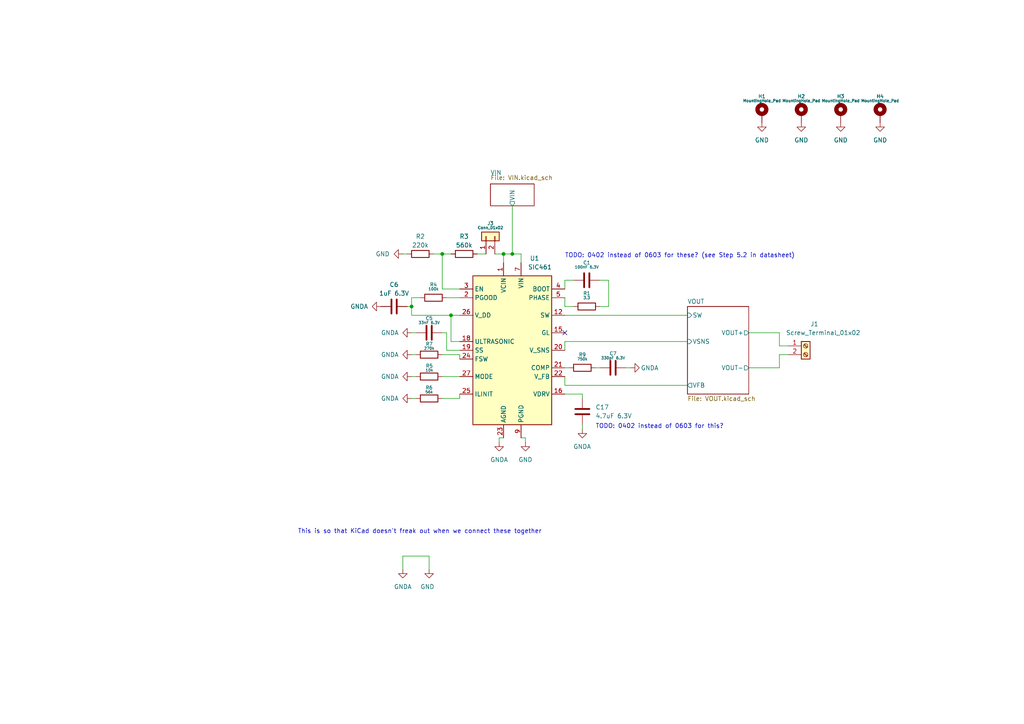
<source format=kicad_sch>
(kicad_sch (version 20211123) (generator eeschema)
  (paper "A4")
  (lib_symbols
    (symbol "Connector:Screw_Terminal_01x02" (pin_names (offset 1.016) hide)
      (property "Reference" "J" (at 0 2.54 0))
      (property "Value" "Screw_Terminal_01x02" (at 0 -5.08 0))
      (symbol "Screw_Terminal_01x02_1_1"
        (rectangle (start -1.27 1.27) (end 1.27 -3.81) (stroke (width 0.254)) (fill (type background)))
        (circle (center 0 -2.54) (radius 0.635) (stroke (width 0.1524)))
        (polyline (pts (xy -0.5334 -2.2098) (xy 0.3302 -3.048)) (stroke (width 0.1524)))
        (polyline (pts (xy -0.5334 0.3302) (xy 0.3302 -0.508)) (stroke (width 0.1524)))
        (polyline (pts (xy -0.3556 -2.032) (xy 0.508 -2.8702)) (stroke (width 0.1524)))
        (polyline (pts (xy -0.3556 0.508) (xy 0.508 -0.3302)) (stroke (width 0.1524)))
        (circle (center 0 0) (radius 0.635) (stroke (width 0.1524)))
        (pin passive line (at -5.08 0 0) (length 3.81) (name "Pin_1") (number "1"))
        (pin passive line (at -5.08 -2.54 0) (length 3.81) (name "Pin_2") (number "2"))
      )
    )
    (symbol "Connector_Generic:Conn_01x02" (pin_names (offset 1.016) hide)
      (property "Reference" "J" (at 0 2.54 0))
      (property "Value" "Conn_01x02" (at 0 -5.08 0))
      (symbol "Conn_01x02_1_1"
        (rectangle (start -1.27 -2.413) (end 0 -2.667) (stroke (width 0.1524)))
        (rectangle (start -1.27 0.127) (end 0 -0.127) (stroke (width 0.1524)))
        (rectangle (start -1.27 1.27) (end 1.27 -3.81) (stroke (width 0.254)) (fill (type background)))
        (pin passive line (at -5.08 0 0) (length 3.81) (name "Pin_1") (number "1"))
        (pin passive line (at -5.08 -2.54 0) (length 3.81) (name "Pin_2") (number "2"))
      )
    )
    (symbol "Device:C" (pin_numbers hide) (pin_names (offset 0.254))
      (property "Reference" "C" (at 0.635 2.54 0))
      (property "Value" "C" (at 0.635 -2.54 0))
      (symbol "C_0_1"
        (polyline (pts (xy -2.032 -0.762) (xy 2.032 -0.762)) (stroke (width 0.508)))
        (polyline (pts (xy -2.032 0.762) (xy 2.032 0.762)) (stroke (width 0.508)))
      )
      (symbol "C_1_1"
        (pin passive line (at 0 3.81 270) (length 2.794) (name "~") (number "1"))
        (pin passive line (at 0 -3.81 90) (length 2.794) (name "~") (number "2"))
      )
    )
    (symbol "Device:R" (pin_numbers hide) (pin_names (offset 0))
      (property "Reference" "R" (at 2.032 0 90))
      (property "Value" "R" (at 0 0 90))
      (symbol "R_0_1"
        (rectangle (start -1.016 -2.54) (end 1.016 2.54) (stroke (width 0.254)))
      )
      (symbol "R_1_1"
        (pin passive line (at 0 3.81 270) (length 1.27) (name "~") (number "1"))
        (pin passive line (at 0 -3.81 90) (length 1.27) (name "~") (number "2"))
      )
    )
    (symbol "Mechanical:MountingHole_Pad" (pin_numbers hide) (pin_names (offset 1.016) hide)
      (property "Reference" "H" (at 0 6.35 0))
      (property "Value" "MountingHole_Pad" (at 0 4.445 0))
      (symbol "MountingHole_Pad_0_1"
        (circle (center 0 1.27) (radius 1.27) (stroke (width 1.27)))
      )
      (symbol "MountingHole_Pad_1_1"
        (pin input line (at 0 -2.54 90) (length 2.54) (name "1") (number "1"))
      )
    )
    (symbol "Regulator_Switching:SIC461"
      (property "Reference" "U" (at -10.16 25.4 0))
      (property "Value" "SIC461" (at -10.16 22.86 0))
      (symbol "SIC461_0_1"
        (rectangle (start -11.43 21.59) (end 11.43 -21.59) (stroke (width 0.254)) (fill (type background)))
      )
      (symbol "SIC461_1_1"
        (pin power_in line (at -2.54 25.4 270) (length 3.81) (name "VCIN") (number "1"))
        (pin passive line (at 2.54 -25.4 90) (length 3.81) hide (name "PGND") (number "10"))
        (pin passive line (at 2.54 -25.4 90) (length 3.81) hide (name "PGND") (number "11"))
        (pin power_out line (at 15.24 10.16 180) (length 3.81) (name "SW") (number "12"))
        (pin passive line (at 15.24 10.16 180) (length 3.81) hide (name "SW") (number "13"))
        (pin passive line (at 15.24 10.16 180) (length 3.81) hide (name "SW") (number "14"))
        (pin output line (at 15.24 5.08 180) (length 3.81) (name "GL") (number "15"))
        (pin power_out line (at 15.24 -12.7 180) (length 3.81) (name "VDRV") (number "16"))
        (pin passive line (at 2.54 -25.4 90) (length 3.81) hide (name "PGND") (number "17"))
        (pin input line (at -15.24 2.54 0) (length 3.81) (name "ULTRASONIC") (number "18"))
        (pin input line (at -15.24 0 0) (length 3.81) (name "SS") (number "19"))
        (pin open_collector line (at -15.24 15.24 0) (length 3.81) (name "PGOOD") (number "2"))
        (pin input line (at 15.24 0 180) (length 3.81) (name "V_SNS") (number "20"))
        (pin output line (at 15.24 -5.08 180) (length 3.81) (name "COMP") (number "21"))
        (pin input line (at 15.24 -7.62 180) (length 3.81) (name "V_FB") (number "22"))
        (pin power_in line (at -2.54 -25.4 90) (length 3.81) (name "AGND") (number "23"))
        (pin input line (at -15.24 -2.54 0) (length 3.81) (name "FSW") (number "24"))
        (pin input line (at -15.24 -12.7 0) (length 3.81) (name "ILINIT") (number "25"))
        (pin power_out line (at -15.24 10.16 0) (length 3.81) (name "V_DD") (number "26"))
        (pin input line (at -15.24 -7.62 0) (length 3.81) (name "MODE") (number "27"))
        (pin passive line (at -2.54 -25.4 90) (length 3.81) hide (name "AGND") (number "28"))
        (pin passive line (at 2.54 25.4 270) (length 3.81) hide (name "VIN") (number "29"))
        (pin input line (at -15.24 17.78 0) (length 3.81) (name "EN") (number "3"))
        (pin passive line (at 2.54 -25.4 90) (length 3.81) hide (name "PGND") (number "30"))
        (pin input line (at 15.24 17.78 180) (length 3.81) (name "BOOT") (number "4"))
        (pin output line (at 15.24 15.24 180) (length 3.81) (name "PHASE") (number "5"))
        (pin passive line (at 15.24 15.24 180) (length 3.81) hide (name "PHASE") (number "6"))
        (pin power_in line (at 2.54 25.4 270) (length 3.81) (name "VIN") (number "7"))
        (pin passive line (at 2.54 25.4 270) (length 3.81) hide (name "VIN") (number "8"))
        (pin power_in line (at 2.54 -25.4 90) (length 3.81) (name "PGND") (number "9"))
      )
    )
    (symbol "power:GND" (power) (pin_names (offset 0))
      (property "Value" "GND" (at 0 -3.81 0))
      (symbol "GND_0_1"
        (polyline (pts (xy 0 0) (xy 0 -1.27) (xy 1.27 -1.27) (xy 0 -2.54) (xy -1.27 -1.27) (xy 0 -1.27)))
      )
      (symbol "GND_1_1"
        (pin power_in line (at 0 0 270) (length 0) hide (name "GND") (number "1"))
      )
    )
    (symbol "power:GNDA" (power) (pin_names (offset 0))
      (property "Value" "GNDA" (at 0 -3.81 0))
      (symbol "GNDA_0_1"
        (polyline (pts (xy 0 0) (xy 0 -1.27) (xy 1.27 -1.27) (xy 0 -2.54) (xy -1.27 -1.27) (xy 0 -1.27)))
      )
      (symbol "GNDA_1_1"
        (pin power_in line (at 0 0 270) (length 0) hide (name "GNDA") (number "1"))
      )
    )
  )
  (junction (at 119.38 88.9))
  (junction (at 128.27 73.66))
  (junction (at 130.81 91.44))
  (junction (at 146.05 73.66))
  (junction (at 148.59 73.66))
  (no_connect (at 163.83 96.52))
  (wire (pts (xy 144.78 127) (xy 144.78 128.27)))
  (wire (pts (xy 129.54 96.52) (xy 129.54 101.6)))
  (wire (pts (xy 163.83 114.3) (xy 168.91 114.3)))
  (wire (pts (xy 168.91 124.46) (xy 168.91 123.19)))
  (wire (pts (xy 148.59 59.69) (xy 148.59 73.66)))
  (wire (pts (xy 130.81 91.44) (xy 133.35 91.44)))
  (wire (pts (xy 129.54 96.52) (xy 128.27 96.52)))
  (wire (pts (xy 118.11 88.9) (xy 119.38 88.9)))
  (wire (pts (xy 152.4 127) (xy 152.4 128.27)))
  (wire (pts (xy 163.83 111.76) (xy 163.83 109.22)))
  (wire (pts (xy 152.4 127) (xy 151.13 127)))
  (wire (pts (xy 163.83 111.76) (xy 199.39 111.76)))
  (wire (pts (xy 226.06 96.52) (xy 226.06 100.33)))
  (wire (pts (xy 129.54 86.36) (xy 133.35 86.36)))
  (wire (pts (xy 125.73 73.66) (xy 128.27 73.66)))
  (wire (pts (xy 128.27 109.22) (xy 133.35 109.22)))
  (wire (pts (xy 226.06 102.87) (xy 228.6 102.87)))
  (wire (pts (xy 226.06 100.33) (xy 228.6 100.33)))
  (wire (pts (xy 116.84 161.29) (xy 124.46 161.29)))
  (wire (pts (xy 217.17 96.52) (xy 226.06 96.52)))
  (wire (pts (xy 163.83 91.44) (xy 199.39 91.44)))
  (wire (pts (xy 128.27 73.66) (xy 130.81 73.66)))
  (wire (pts (xy 217.17 106.68) (xy 226.06 106.68)))
  (wire (pts (xy 119.38 115.57) (xy 120.65 115.57)))
  (wire (pts (xy 176.53 81.28) (xy 173.99 81.28)))
  (wire (pts (xy 119.38 91.44) (xy 130.81 91.44)))
  (wire (pts (xy 182.88 106.68) (xy 181.61 106.68)))
  (wire (pts (xy 133.35 115.57) (xy 128.27 115.57)))
  (wire (pts (xy 119.38 96.52) (xy 120.65 96.52)))
  (wire (pts (xy 119.38 86.36) (xy 119.38 88.9)))
  (wire (pts (xy 143.51 73.66) (xy 146.05 73.66)))
  (wire (pts (xy 130.81 99.06) (xy 130.81 91.44)))
  (wire (pts (xy 129.54 101.6) (xy 133.35 101.6)))
  (wire (pts (xy 144.78 127) (xy 146.05 127)))
  (wire (pts (xy 226.06 106.68) (xy 226.06 102.87)))
  (wire (pts (xy 176.53 81.28) (xy 176.53 88.9)))
  (wire (pts (xy 128.27 83.82) (xy 133.35 83.82)))
  (wire (pts (xy 163.83 86.36) (xy 163.83 88.9)))
  (wire (pts (xy 116.84 161.29) (xy 116.84 165.1)))
  (wire (pts (xy 133.35 114.3) (xy 133.35 115.57)))
  (wire (pts (xy 163.83 99.06) (xy 199.39 99.06)))
  (wire (pts (xy 168.91 114.3) (xy 168.91 115.57)))
  (wire (pts (xy 165.1 106.68) (xy 163.83 106.68)))
  (wire (pts (xy 151.13 73.66) (xy 151.13 76.2)))
  (wire (pts (xy 130.81 99.06) (xy 133.35 99.06)))
  (wire (pts (xy 166.37 88.9) (xy 163.83 88.9)))
  (wire (pts (xy 138.43 73.66) (xy 140.97 73.66)))
  (wire (pts (xy 176.53 88.9) (xy 173.99 88.9)))
  (wire (pts (xy 163.83 99.06) (xy 163.83 101.6)))
  (wire (pts (xy 148.59 73.66) (xy 151.13 73.66)))
  (wire (pts (xy 148.59 73.66) (xy 146.05 73.66)))
  (wire (pts (xy 119.38 102.87) (xy 120.65 102.87)))
  (wire (pts (xy 119.38 88.9) (xy 119.38 91.44)))
  (wire (pts (xy 163.83 81.28) (xy 166.37 81.28)))
  (wire (pts (xy 119.38 86.36) (xy 121.92 86.36)))
  (wire (pts (xy 173.99 106.68) (xy 172.72 106.68)))
  (wire (pts (xy 119.38 109.22) (xy 120.65 109.22)))
  (wire (pts (xy 124.46 161.29) (xy 124.46 165.1)))
  (wire (pts (xy 128.27 73.66) (xy 128.27 83.82)))
  (wire (pts (xy 116.84 73.66) (xy 118.11 73.66)))
  (wire (pts (xy 133.35 102.87) (xy 133.35 104.14)))
  (wire (pts (xy 163.83 83.82) (xy 163.83 81.28)))
  (wire (pts (xy 128.27 102.87) (xy 133.35 102.87)))
  (wire (pts (xy 146.05 73.66) (xy 146.05 76.2)))
  (text "This is so that KiCad doesn't freak out when we connect these together" (at 86.36 154.94 0) (effects (font (size 1.27 1.27)) (justify left bottom)))
  (text "TODO: 0402 instead of 0603 for this?" (at 172.72 124.46 0) (effects (font (size 1.27 1.27)) (justify left bottom)))
  (text "TODO: 0402 instead of 0603 for these? (see Step 5.2 in datasheet)" (at 163.83 74.93 0) (effects (font (size 1.27 1.27)) (justify left bottom)))
  (symbol (lib_id "power:GND") (at 232.41 35.56 0) (unit 1)
    (property "Reference" "#PWR0104" (effects hide))
    (property "Value" "GND" (at 232.41 40.64 0))
  )
  (symbol (lib_id "power:GNDA") (at 116.84 165.1 0) (unit 1)
    (property "Reference" "#PWR0101" (effects hide))
    (property "Value" "GNDA" (at 116.84 170.18 0))
  )
  (symbol (lib_id "power:GNDA") (at 119.38 102.87 270) (unit 1)
    (property "Reference" "#PWR012" (effects hide))
    (property "Value" "GNDA" (at 110.49 102.87 90) (effects (justify left)))
  )
  (symbol (lib_id "power:GNDA") (at 119.38 96.52 270) (unit 1)
    (property "Reference" "#PWR08" (effects hide))
    (property "Value" "GNDA" (at 110.49 96.52 90) (effects (justify left)))
  )
  (symbol (lib_id "Device:C") (at 124.46 96.52 90) (unit 1)
    (property "Reference" "C5" (at 124.4772 92.3095 90) (effects (font (size 1 1))))
    (property "Value" "33nF 6.3V" (at 124.4772 93.5795 90) (effects (font (size 0.8 0.8))))
    (property "Footprint" "Capacitor_SMD:C_0603_1608Metric" (effects hide))
  )
  (symbol (lib_id "Regulator_Switching:SIC461") (at 148.59 101.6 0) (unit 1)
    (property "Reference" "U1" (at 153.67 74.93 0) (effects (justify left)))
    (property "Value" "SIC461" (at 153.1494 77.47 0) (effects (justify left)))
    (property "Footprint" "SiC46x:Vishay_PowerPAK_MLP55-27L_R" (effects hide))
    (property "Datasheet" "https://www.vishay.com/docs/65124/sic46x.pdf" (effects hide))
  )
  (symbol (lib_id "power:GNDA") (at 168.91 124.46 0) (unit 1)
    (property "Reference" "#PWR07" (effects hide))
    (property "Value" "GNDA" (at 171.45 129.54 0) (effects (justify right)))
  )
  (symbol (lib_id "Mechanical:MountingHole_Pad") (at 255.27 33.02 0) (unit 1)
    (property "Reference" "H4" (at 255.27 27.94 0) (effects (font (size 1 1))))
    (property "Value" "MountingHole_Pad" (at 255.27 29.21 0) (effects (font (size 0.8 0.8))))
    (property "Footprint" "MountingHole:MountingHole_3.2mm_M3_Pad" (effects hide))
  )
  (symbol (lib_id "Device:R") (at 125.73 86.36 90) (unit 1)
    (property "Reference" "R4" (at 125.73 82.55 90) (effects (font (size 1 1))))
    (property "Value" "100k" (at 125.73 83.82 90) (effects (font (size 0.8 0.8))))
    (property "Footprint" "Resistor_SMD:R_0603_1608Metric" (effects hide))
  )
  (symbol (lib_id "Device:C") (at 170.18 81.28 90) (unit 1)
    (property "Reference" "C1" (at 170.18 76.2 90) (effects (font (size 1 1))))
    (property "Value" "100nF 6.3V" (at 170.18 77.47 90) (effects (font (size 0.8 0.8))))
    (property "Footprint" "Capacitor_SMD:C_0603_1608Metric" (effects hide))
  )
  (symbol (lib_id "power:GNDA") (at 119.38 115.57 270) (unit 1)
    (property "Reference" "#PWR010" (effects hide))
    (property "Value" "GNDA" (at 110.49 115.57 90) (effects (justify left)))
  )
  (symbol (lib_id "power:GNDA") (at 119.38 109.22 270) (unit 1)
    (property "Reference" "#PWR09" (effects hide))
    (property "Value" "GNDA" (at 110.49 109.22 90) (effects (justify left)))
  )
  (symbol (lib_id "power:GNDA") (at 182.88 106.68 90) (unit 1)
    (property "Reference" "#PWR013" (effects hide))
    (property "Value" "GNDA" (at 185.855 106.7217 90) (effects (justify right)))
  )
  (symbol (lib_id "Mechanical:MountingHole_Pad") (at 243.84 33.02 0) (unit 1)
    (property "Reference" "H3" (at 243.84 27.94 0) (effects (font (size 1 1))))
    (property "Value" "MountingHole_Pad" (at 243.84 29.21 0) (effects (font (size 0.8 0.8))))
    (property "Footprint" "MountingHole:MountingHole_3.2mm_M3_Pad" (effects hide))
  )
  (symbol (lib_id "Device:R") (at 124.46 109.22 90) (unit 1)
    (property "Reference" "R5" (at 124.5219 106.118 90) (effects (font (size 1 1))))
    (property "Value" "10k" (at 124.5219 107.388 90) (effects (font (size 0.8 0.8))))
    (property "Footprint" "Resistor_SMD:R_0603_1608Metric" (effects hide))
  )
  (symbol (lib_id "Device:R") (at 124.46 115.57 90) (unit 1)
    (property "Reference" "R6" (at 124.4599 112.4501 90) (effects (font (size 1 1))))
    (property "Value" "56k" (at 124.4599 113.7201 90) (effects (font (size 0.8 0.8))))
    (property "Footprint" "Resistor_SMD:R_0603_1608Metric" (effects hide))
  )
  (symbol (lib_id "power:GND") (at 116.84 73.66 270) (unit 1)
    (property "Reference" "#PWR05" (effects hide))
    (property "Value" "GND" (at 113.03 73.6599 90) (effects (justify right)))
  )
  (symbol (lib_id "Device:C") (at 177.8 106.68 90) (unit 1)
    (property "Reference" "C7" (at 177.821 102.5422 90) (effects (font (size 1 1))))
    (property "Value" "330pF 6.3V" (at 177.821 103.8122 90) (effects (font (size 0.8 0.8))))
    (property "Footprint" "Capacitor_SMD:C_0603_1608Metric" (effects hide))
  )
  (symbol (lib_id "power:GND") (at 255.27 35.56 0) (unit 1)
    (property "Reference" "#PWR0106" (effects hide))
    (property "Value" "GND" (at 255.27 40.64 0))
  )
  (symbol (lib_id "power:GND") (at 152.4 128.27 0) (unit 1)
    (property "Reference" "#PWR01" (effects hide))
    (property "Value" "GND" (at 152.4 133.35 0))
  )
  (symbol (lib_id "Mechanical:MountingHole_Pad") (at 232.41 33.02 0) (unit 1)
    (property "Reference" "H2" (at 232.41 27.94 0) (effects (font (size 1 1))))
    (property "Value" "MountingHole_Pad" (at 232.41 29.21 0) (effects (font (size 0.8 0.8))))
    (property "Footprint" "MountingHole:MountingHole_3.2mm_M3_Pad" (effects hide))
  )
  (symbol (lib_id "Mechanical:MountingHole_Pad") (at 220.98 33.02 0) (unit 1)
    (property "Reference" "H1" (at 220.98 27.94 0) (effects (font (size 1 1))))
    (property "Value" "MountingHole_Pad" (at 220.98 29.21 0) (effects (font (size 0.8 0.8))))
    (property "Footprint" "MountingHole:MountingHole_3.2mm_M3_Pad" (effects hide))
  )
  (symbol (lib_id "Device:R") (at 170.18 88.9 90) (unit 1)
    (property "Reference" "R1" (at 170.18 85.09 90) (effects (font (size 1 1))))
    (property "Value" "3.3" (at 170.18 86.36 90) (effects (font (size 0.8 0.8))))
    (property "Footprint" "Resistor_SMD:R_0603_1608Metric" (effects hide))
  )
  (symbol (lib_id "Device:R") (at 121.92 73.66 270) (unit 1)
    (property "Reference" "R2" (at 121.92 68.58 90))
    (property "Value" "220k" (at 121.92 71.12 90))
    (property "Footprint" "Resistor_SMD:R_0603_1608Metric" (effects hide))
  )
  (symbol (lib_id "power:GND") (at 124.46 165.1 0) (unit 1)
    (property "Reference" "#PWR0102" (effects hide))
    (property "Value" "GND" (at 121.92 170.18 0) (effects (justify left)))
  )
  (symbol (lib_id "Device:C") (at 114.3 88.9 90) (unit 1)
    (property "Reference" "C6" (at 114.3 82.55 90))
    (property "Value" "1uF 6.3V" (at 114.3 85.09 90))
    (property "Footprint" "Capacitor_SMD:C_0603_1608Metric" (effects hide))
  )
  (symbol (lib_id "power:GNDA") (at 110.49 88.9 270) (unit 1)
    (property "Reference" "#PWR011" (effects hide))
    (property "Value" "GNDA" (at 101.6 88.9 90) (effects (justify left)))
  )
  (symbol (lib_id "power:GNDA") (at 144.78 128.27 0) (unit 1)
    (property "Reference" "#PWR06" (effects hide))
    (property "Value" "GNDA" (at 144.78 133.35 0))
  )
  (symbol (lib_id "Device:C") (at 168.91 119.38 180) (unit 1)
    (property "Reference" "C17" (at 172.72 118.11 0) (effects (justify right)))
    (property "Value" "4.7uF 6.3V" (at 172.72 120.65 0) (effects (justify right)))
    (property "Footprint" "Capacitor_SMD:C_0402_1005Metric" (effects hide))
  )
  (symbol (lib_id "Device:R") (at 134.62 73.66 90) (unit 1)
    (property "Reference" "R3" (at 134.62 68.58 90))
    (property "Value" "560k" (at 134.62 71.12 90))
    (property "Footprint" "Resistor_SMD:R_0603_1608Metric" (effects hide))
  )
  (symbol (lib_id "Connector:Screw_Terminal_01x02") (at 233.68 100.33 0) (unit 1)
    (property "Reference" "J1" (at 236.22 93.98 0))
    (property "Value" "Screw_Terminal_01x02" (at 238.76 96.52 0))
    (property "Footprint" "TerminalBlock_Phoenix:TerminalBlock_Phoenix_MKDS-1,5-2-5.08_1x02_P5.08mm_Horizontal" (effects hide))
  )
  (symbol (lib_id "Connector_Generic:Conn_01x02") (at 140.97 68.58 90) (unit 1)
    (property "Reference" "J3" (at 142.24 64.77 90) (effects (font (size 1 1))))
    (property "Value" "Conn_01x02" (at 142.24 66.04 90) (effects (font (size 0.8 0.8))))
    (property "Footprint" "Connector_PinHeader_2.54mm:PinHeader_1x02_P2.54mm_Vertical" (effects hide))
  )
  (symbol (lib_id "power:GND") (at 220.98 35.56 0) (unit 1)
    (property "Reference" "#PWR0105" (effects hide))
    (property "Value" "GND" (at 220.98 40.64 0))
  )
  (symbol (lib_id "Device:R") (at 124.46 102.87 90) (unit 1)
    (property "Reference" "R7" (at 124.4952 99.7745 90) (effects (font (size 1 1))))
    (property "Value" "270k" (at 124.4952 101.0445 90) (effects (font (size 0.8 0.8))))
    (property "Footprint" "Resistor_SMD:R_0603_1608Metric" (effects hide))
  )
  (symbol (lib_id "Device:R") (at 168.91 106.68 90) (unit 1)
    (property "Reference" "R9" (at 168.91 102.87 90) (effects (font (size 1 1))))
    (property "Value" "750k" (at 168.91 104.14 90) (effects (font (size 0.8 0.8))))
    (property "Footprint" "Resistor_SMD:R_0603_1608Metric" (effects hide))
  )
  (symbol (lib_id "power:GND") (at 243.84 35.56 0) (unit 1)
    (property "Reference" "#PWR0107" (effects hide))
    (property "Value" "GND" (at 243.84 40.64 0))
  )
  (sheet (at 142.24 53.34) (size 12.7 6.35) (stroke (width 0.1524))
    (property "Sheet name" "VIN" (at 142.24 50.8 0) (effects (justify left bottom)))
    (property "Sheet file" "VIN.kicad_sch" (at 142.24 50.8 0) (effects (justify left top)))
    (pin "VIN" output (at 148.59 59.69 270))
  )
  (sheet (at 199.39 88.9) (size 17.78 25.4) (stroke (width 0.1524))
    (property "Sheet name" "VOUT" (at 199.39 88.1884 0) (effects (justify left bottom)))
    (property "Sheet file" "VOUT.kicad_sch" (at 199.39 114.8846 0) (effects (justify left top)))
    (pin "VSNS" input (at 199.39 99.06 180))
    (pin "SW" input (at 199.39 91.44 180))
    (pin "VFB" output (at 199.39 111.76 180))
    (pin "VOUT+" output (at 217.17 96.52 0))
    (pin "VOUT-" output (at 217.17 106.68 0))
  )
)
</source>
